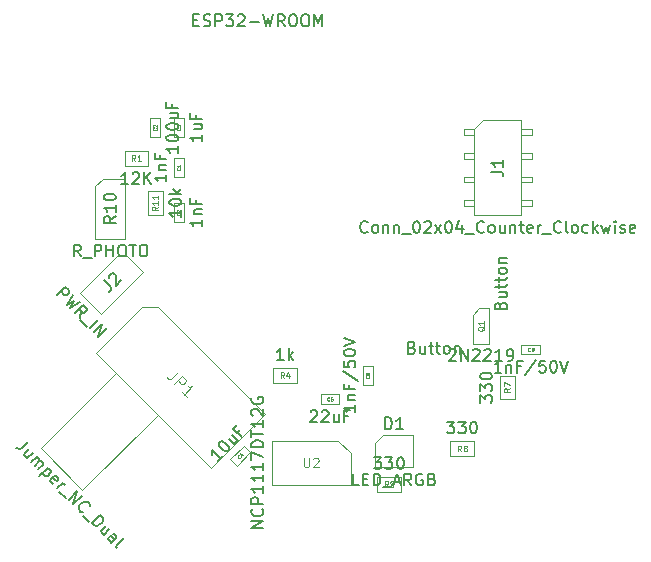
<source format=gbr>
G04 #@! TF.GenerationSoftware,KiCad,Pcbnew,no-vcs-found-33e0758~58~ubuntu16.04.1*
G04 #@! TF.CreationDate,2018-05-09T13:31:26+02:00*
G04 #@! TF.ProjectId,dropbuzzer,64726F7062757A7A65722E6B69636164,rev?*
G04 #@! TF.FileFunction,Other,Fab,Top*
%FSLAX46Y46*%
G04 Gerber Fmt 4.6, Leading zero omitted, Abs format (unit mm)*
G04 Created by KiCad (PCBNEW no-vcs-found-33e0758~58~ubuntu16.04.1) date Wed May  9 13:31:26 2018*
%MOMM*%
%LPD*%
G01*
G04 APERTURE LIST*
%ADD10C,0.100000*%
%ADD11C,0.150000*%
%ADD12C,0.075000*%
%ADD13C,0.120000*%
G04 APERTURE END LIST*
D10*
X99730000Y-75365000D02*
X100365000Y-74730000D01*
X99730000Y-79810000D02*
X99730000Y-75365000D01*
X102270000Y-79810000D02*
X99730000Y-79810000D01*
X102270000Y-74730000D02*
X102270000Y-79810000D01*
X100365000Y-74730000D02*
X102270000Y-74730000D01*
X136675000Y-77050000D02*
X135800000Y-77050000D01*
X136675000Y-76550000D02*
X136675000Y-77050000D01*
X135800000Y-76550000D02*
X136675000Y-76550000D01*
X130925000Y-77050000D02*
X131800000Y-77050000D01*
X130925000Y-76550000D02*
X130925000Y-77050000D01*
X131800000Y-76550000D02*
X130925000Y-76550000D01*
X136675000Y-75050000D02*
X135800000Y-75050000D01*
X136675000Y-74550000D02*
X136675000Y-75050000D01*
X135800000Y-74550000D02*
X136675000Y-74550000D01*
X130925000Y-75050000D02*
X131800000Y-75050000D01*
X130925000Y-74550000D02*
X130925000Y-75050000D01*
X131800000Y-74550000D02*
X130925000Y-74550000D01*
X136675000Y-73050000D02*
X135800000Y-73050000D01*
X136675000Y-72550000D02*
X136675000Y-73050000D01*
X135800000Y-72550000D02*
X136675000Y-72550000D01*
X130925000Y-73050000D02*
X131800000Y-73050000D01*
X130925000Y-72550000D02*
X130925000Y-73050000D01*
X131800000Y-72550000D02*
X130925000Y-72550000D01*
X136675000Y-71050000D02*
X135800000Y-71050000D01*
X136675000Y-70550000D02*
X136675000Y-71050000D01*
X135800000Y-70550000D02*
X136675000Y-70550000D01*
X130925000Y-71050000D02*
X131800000Y-71050000D01*
X130925000Y-70550000D02*
X130925000Y-71050000D01*
X131800000Y-70550000D02*
X130925000Y-70550000D01*
X135800000Y-69800000D02*
X135800000Y-77800000D01*
X131800000Y-70550000D02*
X132550000Y-69800000D01*
X131800000Y-77800000D02*
X131800000Y-70550000D01*
X132550000Y-69800000D02*
X135800000Y-69800000D01*
X135800000Y-77800000D02*
X131800000Y-77800000D01*
X106400000Y-73000000D02*
X107200000Y-73000000D01*
X106400000Y-74600000D02*
X106400000Y-73000000D01*
X107200000Y-74600000D02*
X106400000Y-74600000D01*
X107200000Y-73000000D02*
X107200000Y-74600000D01*
X104400000Y-71200000D02*
X104400000Y-69600000D01*
X104400000Y-69600000D02*
X105200000Y-69600000D01*
X105200000Y-69600000D02*
X105200000Y-71200000D01*
X105200000Y-71200000D02*
X104400000Y-71200000D01*
X107200000Y-71200000D02*
X106400000Y-71200000D01*
X107200000Y-69600000D02*
X107200000Y-71200000D01*
X106400000Y-69600000D02*
X107200000Y-69600000D01*
X106400000Y-71200000D02*
X106400000Y-69600000D01*
X112848528Y-97917157D02*
X111717157Y-99048528D01*
X111717157Y-99048528D02*
X111151472Y-98482843D01*
X111151472Y-98482843D02*
X112282843Y-97351472D01*
X112282843Y-97351472D02*
X112848528Y-97917157D01*
X118800000Y-93800000D02*
X118800000Y-93000000D01*
X120400000Y-93800000D02*
X118800000Y-93800000D01*
X120400000Y-93000000D02*
X120400000Y-93800000D01*
X118800000Y-93000000D02*
X120400000Y-93000000D01*
X106400000Y-78400000D02*
X106400000Y-76800000D01*
X106400000Y-76800000D02*
X107200000Y-76800000D01*
X107200000Y-76800000D02*
X107200000Y-78400000D01*
X107200000Y-78400000D02*
X106400000Y-78400000D01*
X122400000Y-90600000D02*
X123200000Y-90600000D01*
X122400000Y-92200000D02*
X122400000Y-90600000D01*
X123200000Y-92200000D02*
X122400000Y-92200000D01*
X123200000Y-90600000D02*
X123200000Y-92200000D01*
X135800000Y-89600000D02*
X135800000Y-88800000D01*
X137400000Y-89600000D02*
X135800000Y-89600000D01*
X137400000Y-88800000D02*
X137400000Y-89600000D01*
X135800000Y-88800000D02*
X137400000Y-88800000D01*
X123400000Y-97125000D02*
X124075000Y-96450000D01*
X123400000Y-99150000D02*
X123400000Y-97125000D01*
X126600000Y-99150000D02*
X123400000Y-99150000D01*
X126600000Y-96450000D02*
X126600000Y-99150000D01*
X124075000Y-96450000D02*
X126600000Y-96450000D01*
X101550987Y-81252962D02*
X102449013Y-81252962D01*
X98407898Y-84396051D02*
X101550987Y-81252962D01*
X100203949Y-86192102D02*
X98407898Y-84396051D01*
X103796051Y-82600000D02*
X100203949Y-86192102D01*
X102449013Y-81252962D02*
X103796051Y-82600000D01*
X105070711Y-85613857D02*
X114121677Y-94664823D01*
X114121677Y-94664823D02*
X109525483Y-99261017D01*
X109525483Y-99261017D02*
X99767410Y-89502944D01*
X99767410Y-89502944D02*
X103656497Y-85613857D01*
X105000000Y-94735534D02*
X98636039Y-101099495D01*
X98636039Y-101099495D02*
X95100505Y-97563961D01*
X95100505Y-97563961D02*
X101464466Y-91200000D01*
X105070711Y-85613857D02*
X103656497Y-85613857D01*
X131700000Y-88720000D02*
X133100000Y-88720000D01*
X133100000Y-85680000D02*
X133100000Y-88720000D01*
X131700000Y-86250000D02*
X132250000Y-85680000D01*
X132250000Y-85680000D02*
X133100000Y-85680000D01*
X131700000Y-86250000D02*
X131700000Y-88700000D01*
X102200000Y-72380000D02*
X104200000Y-72380000D01*
X104200000Y-72380000D02*
X104200000Y-73620000D01*
X104200000Y-73620000D02*
X102200000Y-73620000D01*
X102200000Y-73620000D02*
X102200000Y-72380000D01*
X116800000Y-90780000D02*
X116800000Y-92020000D01*
X114800000Y-90780000D02*
X116800000Y-90780000D01*
X114800000Y-92020000D02*
X114800000Y-90780000D01*
X116800000Y-92020000D02*
X114800000Y-92020000D01*
X135220000Y-91400000D02*
X135220000Y-93400000D01*
X135220000Y-93400000D02*
X133980000Y-93400000D01*
X133980000Y-93400000D02*
X133980000Y-91400000D01*
X133980000Y-91400000D02*
X135220000Y-91400000D01*
X131800000Y-96980000D02*
X131800000Y-98220000D01*
X129800000Y-96980000D02*
X131800000Y-96980000D01*
X129800000Y-98220000D02*
X129800000Y-96980000D01*
X131800000Y-98220000D02*
X129800000Y-98220000D01*
X125600000Y-101220000D02*
X123600000Y-101220000D01*
X123600000Y-101220000D02*
X123600000Y-99980000D01*
X123600000Y-99980000D02*
X125600000Y-99980000D01*
X125600000Y-99980000D02*
X125600000Y-101220000D01*
X105420000Y-77800000D02*
X104180000Y-77800000D01*
X105420000Y-75800000D02*
X105420000Y-77800000D01*
X104180000Y-75800000D02*
X105420000Y-75800000D01*
X104180000Y-77800000D02*
X104180000Y-75800000D01*
X121350000Y-100650000D02*
X114650000Y-100650000D01*
X114650000Y-96950000D02*
X114650000Y-100650000D01*
X121350000Y-98000000D02*
X121350000Y-100650000D01*
X120300000Y-96950000D02*
X114650000Y-96950000D01*
X120300000Y-96950000D02*
X121350000Y-98000000D01*
D11*
X98476190Y-81322380D02*
X98142857Y-80846190D01*
X97904761Y-81322380D02*
X97904761Y-80322380D01*
X98285714Y-80322380D01*
X98380952Y-80370000D01*
X98428571Y-80417619D01*
X98476190Y-80512857D01*
X98476190Y-80655714D01*
X98428571Y-80750952D01*
X98380952Y-80798571D01*
X98285714Y-80846190D01*
X97904761Y-80846190D01*
X98666666Y-81417619D02*
X99428571Y-81417619D01*
X99666666Y-81322380D02*
X99666666Y-80322380D01*
X100047619Y-80322380D01*
X100142857Y-80370000D01*
X100190476Y-80417619D01*
X100238095Y-80512857D01*
X100238095Y-80655714D01*
X100190476Y-80750952D01*
X100142857Y-80798571D01*
X100047619Y-80846190D01*
X99666666Y-80846190D01*
X100666666Y-81322380D02*
X100666666Y-80322380D01*
X100666666Y-80798571D02*
X101238095Y-80798571D01*
X101238095Y-81322380D02*
X101238095Y-80322380D01*
X101904761Y-80322380D02*
X102095238Y-80322380D01*
X102190476Y-80370000D01*
X102285714Y-80465238D01*
X102333333Y-80655714D01*
X102333333Y-80989047D01*
X102285714Y-81179523D01*
X102190476Y-81274761D01*
X102095238Y-81322380D01*
X101904761Y-81322380D01*
X101809523Y-81274761D01*
X101714285Y-81179523D01*
X101666666Y-80989047D01*
X101666666Y-80655714D01*
X101714285Y-80465238D01*
X101809523Y-80370000D01*
X101904761Y-80322380D01*
X102619047Y-80322380D02*
X103190476Y-80322380D01*
X102904761Y-81322380D02*
X102904761Y-80322380D01*
X103714285Y-80322380D02*
X103904761Y-80322380D01*
X104000000Y-80370000D01*
X104095238Y-80465238D01*
X104142857Y-80655714D01*
X104142857Y-80989047D01*
X104095238Y-81179523D01*
X104000000Y-81274761D01*
X103904761Y-81322380D01*
X103714285Y-81322380D01*
X103619047Y-81274761D01*
X103523809Y-81179523D01*
X103476190Y-80989047D01*
X103476190Y-80655714D01*
X103523809Y-80465238D01*
X103619047Y-80370000D01*
X103714285Y-80322380D01*
X101452380Y-77912857D02*
X100976190Y-78246190D01*
X101452380Y-78484285D02*
X100452380Y-78484285D01*
X100452380Y-78103333D01*
X100500000Y-78008095D01*
X100547619Y-77960476D01*
X100642857Y-77912857D01*
X100785714Y-77912857D01*
X100880952Y-77960476D01*
X100928571Y-78008095D01*
X100976190Y-78103333D01*
X100976190Y-78484285D01*
X101452380Y-76960476D02*
X101452380Y-77531904D01*
X101452380Y-77246190D02*
X100452380Y-77246190D01*
X100595238Y-77341428D01*
X100690476Y-77436666D01*
X100738095Y-77531904D01*
X100452380Y-76341428D02*
X100452380Y-76246190D01*
X100500000Y-76150952D01*
X100547619Y-76103333D01*
X100642857Y-76055714D01*
X100833333Y-76008095D01*
X101071428Y-76008095D01*
X101261904Y-76055714D01*
X101357142Y-76103333D01*
X101404761Y-76150952D01*
X101452380Y-76246190D01*
X101452380Y-76341428D01*
X101404761Y-76436666D01*
X101357142Y-76484285D01*
X101261904Y-76531904D01*
X101071428Y-76579523D01*
X100833333Y-76579523D01*
X100642857Y-76531904D01*
X100547619Y-76484285D01*
X100500000Y-76436666D01*
X100452380Y-76341428D01*
X108032619Y-61304571D02*
X108365952Y-61304571D01*
X108508809Y-61828380D02*
X108032619Y-61828380D01*
X108032619Y-60828380D01*
X108508809Y-60828380D01*
X108889761Y-61780761D02*
X109032619Y-61828380D01*
X109270714Y-61828380D01*
X109365952Y-61780761D01*
X109413571Y-61733142D01*
X109461190Y-61637904D01*
X109461190Y-61542666D01*
X109413571Y-61447428D01*
X109365952Y-61399809D01*
X109270714Y-61352190D01*
X109080238Y-61304571D01*
X108985000Y-61256952D01*
X108937380Y-61209333D01*
X108889761Y-61114095D01*
X108889761Y-61018857D01*
X108937380Y-60923619D01*
X108985000Y-60876000D01*
X109080238Y-60828380D01*
X109318333Y-60828380D01*
X109461190Y-60876000D01*
X109889761Y-61828380D02*
X109889761Y-60828380D01*
X110270714Y-60828380D01*
X110365952Y-60876000D01*
X110413571Y-60923619D01*
X110461190Y-61018857D01*
X110461190Y-61161714D01*
X110413571Y-61256952D01*
X110365952Y-61304571D01*
X110270714Y-61352190D01*
X109889761Y-61352190D01*
X110794523Y-60828380D02*
X111413571Y-60828380D01*
X111080238Y-61209333D01*
X111223095Y-61209333D01*
X111318333Y-61256952D01*
X111365952Y-61304571D01*
X111413571Y-61399809D01*
X111413571Y-61637904D01*
X111365952Y-61733142D01*
X111318333Y-61780761D01*
X111223095Y-61828380D01*
X110937380Y-61828380D01*
X110842142Y-61780761D01*
X110794523Y-61733142D01*
X111794523Y-60923619D02*
X111842142Y-60876000D01*
X111937380Y-60828380D01*
X112175476Y-60828380D01*
X112270714Y-60876000D01*
X112318333Y-60923619D01*
X112365952Y-61018857D01*
X112365952Y-61114095D01*
X112318333Y-61256952D01*
X111746904Y-61828380D01*
X112365952Y-61828380D01*
X112794523Y-61447428D02*
X113556428Y-61447428D01*
X113937380Y-60828380D02*
X114175476Y-61828380D01*
X114365952Y-61114095D01*
X114556428Y-61828380D01*
X114794523Y-60828380D01*
X115746904Y-61828380D02*
X115413571Y-61352190D01*
X115175476Y-61828380D02*
X115175476Y-60828380D01*
X115556428Y-60828380D01*
X115651666Y-60876000D01*
X115699285Y-60923619D01*
X115746904Y-61018857D01*
X115746904Y-61161714D01*
X115699285Y-61256952D01*
X115651666Y-61304571D01*
X115556428Y-61352190D01*
X115175476Y-61352190D01*
X116365952Y-60828380D02*
X116556428Y-60828380D01*
X116651666Y-60876000D01*
X116746904Y-60971238D01*
X116794523Y-61161714D01*
X116794523Y-61495047D01*
X116746904Y-61685523D01*
X116651666Y-61780761D01*
X116556428Y-61828380D01*
X116365952Y-61828380D01*
X116270714Y-61780761D01*
X116175476Y-61685523D01*
X116127857Y-61495047D01*
X116127857Y-61161714D01*
X116175476Y-60971238D01*
X116270714Y-60876000D01*
X116365952Y-60828380D01*
X117413571Y-60828380D02*
X117604047Y-60828380D01*
X117699285Y-60876000D01*
X117794523Y-60971238D01*
X117842142Y-61161714D01*
X117842142Y-61495047D01*
X117794523Y-61685523D01*
X117699285Y-61780761D01*
X117604047Y-61828380D01*
X117413571Y-61828380D01*
X117318333Y-61780761D01*
X117223095Y-61685523D01*
X117175476Y-61495047D01*
X117175476Y-61161714D01*
X117223095Y-60971238D01*
X117318333Y-60876000D01*
X117413571Y-60828380D01*
X118270714Y-61828380D02*
X118270714Y-60828380D01*
X118604047Y-61542666D01*
X118937380Y-60828380D01*
X118937380Y-61828380D01*
X122776190Y-79217142D02*
X122728571Y-79264761D01*
X122585714Y-79312380D01*
X122490476Y-79312380D01*
X122347619Y-79264761D01*
X122252380Y-79169523D01*
X122204761Y-79074285D01*
X122157142Y-78883809D01*
X122157142Y-78740952D01*
X122204761Y-78550476D01*
X122252380Y-78455238D01*
X122347619Y-78360000D01*
X122490476Y-78312380D01*
X122585714Y-78312380D01*
X122728571Y-78360000D01*
X122776190Y-78407619D01*
X123347619Y-79312380D02*
X123252380Y-79264761D01*
X123204761Y-79217142D01*
X123157142Y-79121904D01*
X123157142Y-78836190D01*
X123204761Y-78740952D01*
X123252380Y-78693333D01*
X123347619Y-78645714D01*
X123490476Y-78645714D01*
X123585714Y-78693333D01*
X123633333Y-78740952D01*
X123680952Y-78836190D01*
X123680952Y-79121904D01*
X123633333Y-79217142D01*
X123585714Y-79264761D01*
X123490476Y-79312380D01*
X123347619Y-79312380D01*
X124109523Y-78645714D02*
X124109523Y-79312380D01*
X124109523Y-78740952D02*
X124157142Y-78693333D01*
X124252380Y-78645714D01*
X124395238Y-78645714D01*
X124490476Y-78693333D01*
X124538095Y-78788571D01*
X124538095Y-79312380D01*
X125014285Y-78645714D02*
X125014285Y-79312380D01*
X125014285Y-78740952D02*
X125061904Y-78693333D01*
X125157142Y-78645714D01*
X125300000Y-78645714D01*
X125395238Y-78693333D01*
X125442857Y-78788571D01*
X125442857Y-79312380D01*
X125680952Y-79407619D02*
X126442857Y-79407619D01*
X126871428Y-78312380D02*
X126966666Y-78312380D01*
X127061904Y-78360000D01*
X127109523Y-78407619D01*
X127157142Y-78502857D01*
X127204761Y-78693333D01*
X127204761Y-78931428D01*
X127157142Y-79121904D01*
X127109523Y-79217142D01*
X127061904Y-79264761D01*
X126966666Y-79312380D01*
X126871428Y-79312380D01*
X126776190Y-79264761D01*
X126728571Y-79217142D01*
X126680952Y-79121904D01*
X126633333Y-78931428D01*
X126633333Y-78693333D01*
X126680952Y-78502857D01*
X126728571Y-78407619D01*
X126776190Y-78360000D01*
X126871428Y-78312380D01*
X127585714Y-78407619D02*
X127633333Y-78360000D01*
X127728571Y-78312380D01*
X127966666Y-78312380D01*
X128061904Y-78360000D01*
X128109523Y-78407619D01*
X128157142Y-78502857D01*
X128157142Y-78598095D01*
X128109523Y-78740952D01*
X127538095Y-79312380D01*
X128157142Y-79312380D01*
X128490476Y-79312380D02*
X129014285Y-78645714D01*
X128490476Y-78645714D02*
X129014285Y-79312380D01*
X129585714Y-78312380D02*
X129680952Y-78312380D01*
X129776190Y-78360000D01*
X129823809Y-78407619D01*
X129871428Y-78502857D01*
X129919047Y-78693333D01*
X129919047Y-78931428D01*
X129871428Y-79121904D01*
X129823809Y-79217142D01*
X129776190Y-79264761D01*
X129680952Y-79312380D01*
X129585714Y-79312380D01*
X129490476Y-79264761D01*
X129442857Y-79217142D01*
X129395238Y-79121904D01*
X129347619Y-78931428D01*
X129347619Y-78693333D01*
X129395238Y-78502857D01*
X129442857Y-78407619D01*
X129490476Y-78360000D01*
X129585714Y-78312380D01*
X130776190Y-78645714D02*
X130776190Y-79312380D01*
X130538095Y-78264761D02*
X130300000Y-78979047D01*
X130919047Y-78979047D01*
X131061904Y-79407619D02*
X131823809Y-79407619D01*
X132633333Y-79217142D02*
X132585714Y-79264761D01*
X132442857Y-79312380D01*
X132347619Y-79312380D01*
X132204761Y-79264761D01*
X132109523Y-79169523D01*
X132061904Y-79074285D01*
X132014285Y-78883809D01*
X132014285Y-78740952D01*
X132061904Y-78550476D01*
X132109523Y-78455238D01*
X132204761Y-78360000D01*
X132347619Y-78312380D01*
X132442857Y-78312380D01*
X132585714Y-78360000D01*
X132633333Y-78407619D01*
X133204761Y-79312380D02*
X133109523Y-79264761D01*
X133061904Y-79217142D01*
X133014285Y-79121904D01*
X133014285Y-78836190D01*
X133061904Y-78740952D01*
X133109523Y-78693333D01*
X133204761Y-78645714D01*
X133347619Y-78645714D01*
X133442857Y-78693333D01*
X133490476Y-78740952D01*
X133538095Y-78836190D01*
X133538095Y-79121904D01*
X133490476Y-79217142D01*
X133442857Y-79264761D01*
X133347619Y-79312380D01*
X133204761Y-79312380D01*
X134395238Y-78645714D02*
X134395238Y-79312380D01*
X133966666Y-78645714D02*
X133966666Y-79169523D01*
X134014285Y-79264761D01*
X134109523Y-79312380D01*
X134252380Y-79312380D01*
X134347619Y-79264761D01*
X134395238Y-79217142D01*
X134871428Y-78645714D02*
X134871428Y-79312380D01*
X134871428Y-78740952D02*
X134919047Y-78693333D01*
X135014285Y-78645714D01*
X135157142Y-78645714D01*
X135252380Y-78693333D01*
X135300000Y-78788571D01*
X135300000Y-79312380D01*
X135633333Y-78645714D02*
X136014285Y-78645714D01*
X135776190Y-78312380D02*
X135776190Y-79169523D01*
X135823809Y-79264761D01*
X135919047Y-79312380D01*
X136014285Y-79312380D01*
X136728571Y-79264761D02*
X136633333Y-79312380D01*
X136442857Y-79312380D01*
X136347619Y-79264761D01*
X136300000Y-79169523D01*
X136300000Y-78788571D01*
X136347619Y-78693333D01*
X136442857Y-78645714D01*
X136633333Y-78645714D01*
X136728571Y-78693333D01*
X136776190Y-78788571D01*
X136776190Y-78883809D01*
X136300000Y-78979047D01*
X137204761Y-79312380D02*
X137204761Y-78645714D01*
X137204761Y-78836190D02*
X137252380Y-78740952D01*
X137300000Y-78693333D01*
X137395238Y-78645714D01*
X137490476Y-78645714D01*
X137585714Y-79407619D02*
X138347619Y-79407619D01*
X139157142Y-79217142D02*
X139109523Y-79264761D01*
X138966666Y-79312380D01*
X138871428Y-79312380D01*
X138728571Y-79264761D01*
X138633333Y-79169523D01*
X138585714Y-79074285D01*
X138538095Y-78883809D01*
X138538095Y-78740952D01*
X138585714Y-78550476D01*
X138633333Y-78455238D01*
X138728571Y-78360000D01*
X138871428Y-78312380D01*
X138966666Y-78312380D01*
X139109523Y-78360000D01*
X139157142Y-78407619D01*
X139728571Y-79312380D02*
X139633333Y-79264761D01*
X139585714Y-79169523D01*
X139585714Y-78312380D01*
X140252380Y-79312380D02*
X140157142Y-79264761D01*
X140109523Y-79217142D01*
X140061904Y-79121904D01*
X140061904Y-78836190D01*
X140109523Y-78740952D01*
X140157142Y-78693333D01*
X140252380Y-78645714D01*
X140395238Y-78645714D01*
X140490476Y-78693333D01*
X140538095Y-78740952D01*
X140585714Y-78836190D01*
X140585714Y-79121904D01*
X140538095Y-79217142D01*
X140490476Y-79264761D01*
X140395238Y-79312380D01*
X140252380Y-79312380D01*
X141442857Y-79264761D02*
X141347619Y-79312380D01*
X141157142Y-79312380D01*
X141061904Y-79264761D01*
X141014285Y-79217142D01*
X140966666Y-79121904D01*
X140966666Y-78836190D01*
X141014285Y-78740952D01*
X141061904Y-78693333D01*
X141157142Y-78645714D01*
X141347619Y-78645714D01*
X141442857Y-78693333D01*
X141871428Y-79312380D02*
X141871428Y-78312380D01*
X141966666Y-78931428D02*
X142252380Y-79312380D01*
X142252380Y-78645714D02*
X141871428Y-79026666D01*
X142585714Y-78645714D02*
X142776190Y-79312380D01*
X142966666Y-78836190D01*
X143157142Y-79312380D01*
X143347619Y-78645714D01*
X143728571Y-79312380D02*
X143728571Y-78645714D01*
X143728571Y-78312380D02*
X143680952Y-78360000D01*
X143728571Y-78407619D01*
X143776190Y-78360000D01*
X143728571Y-78312380D01*
X143728571Y-78407619D01*
X144157142Y-79264761D02*
X144252380Y-79312380D01*
X144442857Y-79312380D01*
X144538095Y-79264761D01*
X144585714Y-79169523D01*
X144585714Y-79121904D01*
X144538095Y-79026666D01*
X144442857Y-78979047D01*
X144300000Y-78979047D01*
X144204761Y-78931428D01*
X144157142Y-78836190D01*
X144157142Y-78788571D01*
X144204761Y-78693333D01*
X144300000Y-78645714D01*
X144442857Y-78645714D01*
X144538095Y-78693333D01*
X145395238Y-79264761D02*
X145300000Y-79312380D01*
X145109523Y-79312380D01*
X145014285Y-79264761D01*
X144966666Y-79169523D01*
X144966666Y-78788571D01*
X145014285Y-78693333D01*
X145109523Y-78645714D01*
X145300000Y-78645714D01*
X145395238Y-78693333D01*
X145442857Y-78788571D01*
X145442857Y-78883809D01*
X144966666Y-78979047D01*
X133252380Y-74133333D02*
X133966666Y-74133333D01*
X134109523Y-74180952D01*
X134204761Y-74276190D01*
X134252380Y-74419047D01*
X134252380Y-74514285D01*
X134252380Y-73133333D02*
X134252380Y-73704761D01*
X134252380Y-73419047D02*
X133252380Y-73419047D01*
X133395238Y-73514285D01*
X133490476Y-73609523D01*
X133538095Y-73704761D01*
X105752380Y-74395238D02*
X105752380Y-74966666D01*
X105752380Y-74680952D02*
X104752380Y-74680952D01*
X104895238Y-74776190D01*
X104990476Y-74871428D01*
X105038095Y-74966666D01*
X105085714Y-73966666D02*
X105752380Y-73966666D01*
X105180952Y-73966666D02*
X105133333Y-73919047D01*
X105085714Y-73823809D01*
X105085714Y-73680952D01*
X105133333Y-73585714D01*
X105228571Y-73538095D01*
X105752380Y-73538095D01*
X105228571Y-72728571D02*
X105228571Y-73061904D01*
X105752380Y-73061904D02*
X104752380Y-73061904D01*
X104752380Y-72585714D01*
D12*
X106907142Y-73850000D02*
X106921428Y-73864285D01*
X106935714Y-73907142D01*
X106935714Y-73935714D01*
X106921428Y-73978571D01*
X106892857Y-74007142D01*
X106864285Y-74021428D01*
X106807142Y-74035714D01*
X106764285Y-74035714D01*
X106707142Y-74021428D01*
X106678571Y-74007142D01*
X106650000Y-73978571D01*
X106635714Y-73935714D01*
X106635714Y-73907142D01*
X106650000Y-73864285D01*
X106664285Y-73850000D01*
X106935714Y-73564285D02*
X106935714Y-73735714D01*
X106935714Y-73650000D02*
X106635714Y-73650000D01*
X106678571Y-73678571D01*
X106707142Y-73707142D01*
X106721428Y-73735714D01*
D11*
X106752380Y-71947619D02*
X106752380Y-72519047D01*
X106752380Y-72233333D02*
X105752380Y-72233333D01*
X105895238Y-72328571D01*
X105990476Y-72423809D01*
X106038095Y-72519047D01*
X105752380Y-71328571D02*
X105752380Y-71233333D01*
X105800000Y-71138095D01*
X105847619Y-71090476D01*
X105942857Y-71042857D01*
X106133333Y-70995238D01*
X106371428Y-70995238D01*
X106561904Y-71042857D01*
X106657142Y-71090476D01*
X106704761Y-71138095D01*
X106752380Y-71233333D01*
X106752380Y-71328571D01*
X106704761Y-71423809D01*
X106657142Y-71471428D01*
X106561904Y-71519047D01*
X106371428Y-71566666D01*
X106133333Y-71566666D01*
X105942857Y-71519047D01*
X105847619Y-71471428D01*
X105800000Y-71423809D01*
X105752380Y-71328571D01*
X105752380Y-70376190D02*
X105752380Y-70280952D01*
X105800000Y-70185714D01*
X105847619Y-70138095D01*
X105942857Y-70090476D01*
X106133333Y-70042857D01*
X106371428Y-70042857D01*
X106561904Y-70090476D01*
X106657142Y-70138095D01*
X106704761Y-70185714D01*
X106752380Y-70280952D01*
X106752380Y-70376190D01*
X106704761Y-70471428D01*
X106657142Y-70519047D01*
X106561904Y-70566666D01*
X106371428Y-70614285D01*
X106133333Y-70614285D01*
X105942857Y-70566666D01*
X105847619Y-70519047D01*
X105800000Y-70471428D01*
X105752380Y-70376190D01*
X106085714Y-69185714D02*
X106752380Y-69185714D01*
X106085714Y-69614285D02*
X106609523Y-69614285D01*
X106704761Y-69566666D01*
X106752380Y-69471428D01*
X106752380Y-69328571D01*
X106704761Y-69233333D01*
X106657142Y-69185714D01*
X106228571Y-68376190D02*
X106228571Y-68709523D01*
X106752380Y-68709523D02*
X105752380Y-68709523D01*
X105752380Y-68233333D01*
D12*
X104907142Y-70450000D02*
X104921428Y-70464285D01*
X104935714Y-70507142D01*
X104935714Y-70535714D01*
X104921428Y-70578571D01*
X104892857Y-70607142D01*
X104864285Y-70621428D01*
X104807142Y-70635714D01*
X104764285Y-70635714D01*
X104707142Y-70621428D01*
X104678571Y-70607142D01*
X104650000Y-70578571D01*
X104635714Y-70535714D01*
X104635714Y-70507142D01*
X104650000Y-70464285D01*
X104664285Y-70450000D01*
X104664285Y-70335714D02*
X104650000Y-70321428D01*
X104635714Y-70292857D01*
X104635714Y-70221428D01*
X104650000Y-70192857D01*
X104664285Y-70178571D01*
X104692857Y-70164285D01*
X104721428Y-70164285D01*
X104764285Y-70178571D01*
X104935714Y-70350000D01*
X104935714Y-70164285D01*
D11*
X108752380Y-70995238D02*
X108752380Y-71566666D01*
X108752380Y-71280952D02*
X107752380Y-71280952D01*
X107895238Y-71376190D01*
X107990476Y-71471428D01*
X108038095Y-71566666D01*
X108085714Y-70138095D02*
X108752380Y-70138095D01*
X108085714Y-70566666D02*
X108609523Y-70566666D01*
X108704761Y-70519047D01*
X108752380Y-70423809D01*
X108752380Y-70280952D01*
X108704761Y-70185714D01*
X108657142Y-70138095D01*
X108228571Y-69328571D02*
X108228571Y-69661904D01*
X108752380Y-69661904D02*
X107752380Y-69661904D01*
X107752380Y-69185714D01*
D12*
X106907142Y-70450000D02*
X106921428Y-70464285D01*
X106935714Y-70507142D01*
X106935714Y-70535714D01*
X106921428Y-70578571D01*
X106892857Y-70607142D01*
X106864285Y-70621428D01*
X106807142Y-70635714D01*
X106764285Y-70635714D01*
X106707142Y-70621428D01*
X106678571Y-70607142D01*
X106650000Y-70578571D01*
X106635714Y-70535714D01*
X106635714Y-70507142D01*
X106650000Y-70464285D01*
X106664285Y-70450000D01*
X106635714Y-70350000D02*
X106635714Y-70164285D01*
X106750000Y-70264285D01*
X106750000Y-70221428D01*
X106764285Y-70192857D01*
X106778571Y-70178571D01*
X106807142Y-70164285D01*
X106878571Y-70164285D01*
X106907142Y-70178571D01*
X106921428Y-70192857D01*
X106935714Y-70221428D01*
X106935714Y-70307142D01*
X106921428Y-70335714D01*
X106907142Y-70350000D01*
D11*
X110501607Y-98216836D02*
X110097546Y-98620897D01*
X110299576Y-98418866D02*
X109592469Y-97711759D01*
X109626141Y-97880118D01*
X109626141Y-98014805D01*
X109592469Y-98115820D01*
X110232233Y-97071996D02*
X110299576Y-97004652D01*
X110400591Y-96970981D01*
X110467935Y-96970981D01*
X110568950Y-97004652D01*
X110737309Y-97105668D01*
X110905668Y-97274027D01*
X111006683Y-97442385D01*
X111040355Y-97543401D01*
X111040355Y-97610744D01*
X111006683Y-97711759D01*
X110939340Y-97779103D01*
X110838324Y-97812775D01*
X110770981Y-97812775D01*
X110669965Y-97779103D01*
X110501607Y-97678088D01*
X110333248Y-97509729D01*
X110232233Y-97341370D01*
X110198561Y-97240355D01*
X110198561Y-97173011D01*
X110232233Y-97071996D01*
X111309729Y-96465904D02*
X111781133Y-96937309D01*
X111006683Y-96768950D02*
X111377072Y-97139339D01*
X111478088Y-97173011D01*
X111579103Y-97139340D01*
X111680118Y-97038324D01*
X111713790Y-96937309D01*
X111713790Y-96869965D01*
X111983164Y-95994500D02*
X111747462Y-96230202D01*
X112117851Y-96600591D02*
X111410744Y-95893485D01*
X111747462Y-95556767D01*
D12*
X112040406Y-98311116D02*
X112040406Y-98331319D01*
X112020203Y-98371725D01*
X111999999Y-98391928D01*
X111959593Y-98412132D01*
X111919187Y-98412132D01*
X111888883Y-98402030D01*
X111838375Y-98371725D01*
X111808071Y-98341421D01*
X111777766Y-98290913D01*
X111767664Y-98260609D01*
X111767664Y-98220203D01*
X111787867Y-98179796D01*
X111808071Y-98159593D01*
X111848477Y-98139390D01*
X111868680Y-98139390D01*
X112101015Y-98008071D02*
X112242436Y-98149492D01*
X111969695Y-97977766D02*
X112070710Y-98179796D01*
X112202030Y-98048477D01*
D11*
X117957142Y-94447619D02*
X118004761Y-94400000D01*
X118100000Y-94352380D01*
X118338095Y-94352380D01*
X118433333Y-94400000D01*
X118480952Y-94447619D01*
X118528571Y-94542857D01*
X118528571Y-94638095D01*
X118480952Y-94780952D01*
X117909523Y-95352380D01*
X118528571Y-95352380D01*
X118909523Y-94447619D02*
X118957142Y-94400000D01*
X119052380Y-94352380D01*
X119290476Y-94352380D01*
X119385714Y-94400000D01*
X119433333Y-94447619D01*
X119480952Y-94542857D01*
X119480952Y-94638095D01*
X119433333Y-94780952D01*
X118861904Y-95352380D01*
X119480952Y-95352380D01*
X120338095Y-94685714D02*
X120338095Y-95352380D01*
X119909523Y-94685714D02*
X119909523Y-95209523D01*
X119957142Y-95304761D01*
X120052380Y-95352380D01*
X120195238Y-95352380D01*
X120290476Y-95304761D01*
X120338095Y-95257142D01*
X121147619Y-94828571D02*
X120814285Y-94828571D01*
X120814285Y-95352380D02*
X120814285Y-94352380D01*
X121290476Y-94352380D01*
D12*
X119550000Y-93507142D02*
X119535714Y-93521428D01*
X119492857Y-93535714D01*
X119464285Y-93535714D01*
X119421428Y-93521428D01*
X119392857Y-93492857D01*
X119378571Y-93464285D01*
X119364285Y-93407142D01*
X119364285Y-93364285D01*
X119378571Y-93307142D01*
X119392857Y-93278571D01*
X119421428Y-93250000D01*
X119464285Y-93235714D01*
X119492857Y-93235714D01*
X119535714Y-93250000D01*
X119550000Y-93264285D01*
X119807142Y-93235714D02*
X119750000Y-93235714D01*
X119721428Y-93250000D01*
X119707142Y-93264285D01*
X119678571Y-93307142D01*
X119664285Y-93364285D01*
X119664285Y-93478571D01*
X119678571Y-93507142D01*
X119692857Y-93521428D01*
X119721428Y-93535714D01*
X119778571Y-93535714D01*
X119807142Y-93521428D01*
X119821428Y-93507142D01*
X119835714Y-93478571D01*
X119835714Y-93407142D01*
X119821428Y-93378571D01*
X119807142Y-93364285D01*
X119778571Y-93350000D01*
X119721428Y-93350000D01*
X119692857Y-93364285D01*
X119678571Y-93378571D01*
X119664285Y-93407142D01*
D11*
X108752380Y-78195238D02*
X108752380Y-78766666D01*
X108752380Y-78480952D02*
X107752380Y-78480952D01*
X107895238Y-78576190D01*
X107990476Y-78671428D01*
X108038095Y-78766666D01*
X108085714Y-77766666D02*
X108752380Y-77766666D01*
X108180952Y-77766666D02*
X108133333Y-77719047D01*
X108085714Y-77623809D01*
X108085714Y-77480952D01*
X108133333Y-77385714D01*
X108228571Y-77338095D01*
X108752380Y-77338095D01*
X108228571Y-76528571D02*
X108228571Y-76861904D01*
X108752380Y-76861904D02*
X107752380Y-76861904D01*
X107752380Y-76385714D01*
D12*
X106907142Y-77650000D02*
X106921428Y-77664285D01*
X106935714Y-77707142D01*
X106935714Y-77735714D01*
X106921428Y-77778571D01*
X106892857Y-77807142D01*
X106864285Y-77821428D01*
X106807142Y-77835714D01*
X106764285Y-77835714D01*
X106707142Y-77821428D01*
X106678571Y-77807142D01*
X106650000Y-77778571D01*
X106635714Y-77735714D01*
X106635714Y-77707142D01*
X106650000Y-77664285D01*
X106664285Y-77650000D01*
X106635714Y-77550000D02*
X106635714Y-77350000D01*
X106935714Y-77478571D01*
D11*
X121752380Y-93900000D02*
X121752380Y-94471428D01*
X121752380Y-94185714D02*
X120752380Y-94185714D01*
X120895238Y-94280952D01*
X120990476Y-94376190D01*
X121038095Y-94471428D01*
X121085714Y-93471428D02*
X121752380Y-93471428D01*
X121180952Y-93471428D02*
X121133333Y-93423809D01*
X121085714Y-93328571D01*
X121085714Y-93185714D01*
X121133333Y-93090476D01*
X121228571Y-93042857D01*
X121752380Y-93042857D01*
X121228571Y-92233333D02*
X121228571Y-92566666D01*
X121752380Y-92566666D02*
X120752380Y-92566666D01*
X120752380Y-92090476D01*
X120704761Y-90995238D02*
X121990476Y-91852380D01*
X120752380Y-90185714D02*
X120752380Y-90661904D01*
X121228571Y-90709523D01*
X121180952Y-90661904D01*
X121133333Y-90566666D01*
X121133333Y-90328571D01*
X121180952Y-90233333D01*
X121228571Y-90185714D01*
X121323809Y-90138095D01*
X121561904Y-90138095D01*
X121657142Y-90185714D01*
X121704761Y-90233333D01*
X121752380Y-90328571D01*
X121752380Y-90566666D01*
X121704761Y-90661904D01*
X121657142Y-90709523D01*
X120752380Y-89519047D02*
X120752380Y-89423809D01*
X120800000Y-89328571D01*
X120847619Y-89280952D01*
X120942857Y-89233333D01*
X121133333Y-89185714D01*
X121371428Y-89185714D01*
X121561904Y-89233333D01*
X121657142Y-89280952D01*
X121704761Y-89328571D01*
X121752380Y-89423809D01*
X121752380Y-89519047D01*
X121704761Y-89614285D01*
X121657142Y-89661904D01*
X121561904Y-89709523D01*
X121371428Y-89757142D01*
X121133333Y-89757142D01*
X120942857Y-89709523D01*
X120847619Y-89661904D01*
X120800000Y-89614285D01*
X120752380Y-89519047D01*
X120752380Y-88900000D02*
X121752380Y-88566666D01*
X120752380Y-88233333D01*
D12*
X122907142Y-91450000D02*
X122921428Y-91464285D01*
X122935714Y-91507142D01*
X122935714Y-91535714D01*
X122921428Y-91578571D01*
X122892857Y-91607142D01*
X122864285Y-91621428D01*
X122807142Y-91635714D01*
X122764285Y-91635714D01*
X122707142Y-91621428D01*
X122678571Y-91607142D01*
X122650000Y-91578571D01*
X122635714Y-91535714D01*
X122635714Y-91507142D01*
X122650000Y-91464285D01*
X122664285Y-91450000D01*
X122764285Y-91278571D02*
X122750000Y-91307142D01*
X122735714Y-91321428D01*
X122707142Y-91335714D01*
X122692857Y-91335714D01*
X122664285Y-91321428D01*
X122650000Y-91307142D01*
X122635714Y-91278571D01*
X122635714Y-91221428D01*
X122650000Y-91192857D01*
X122664285Y-91178571D01*
X122692857Y-91164285D01*
X122707142Y-91164285D01*
X122735714Y-91178571D01*
X122750000Y-91192857D01*
X122764285Y-91221428D01*
X122764285Y-91278571D01*
X122778571Y-91307142D01*
X122792857Y-91321428D01*
X122821428Y-91335714D01*
X122878571Y-91335714D01*
X122907142Y-91321428D01*
X122921428Y-91307142D01*
X122935714Y-91278571D01*
X122935714Y-91221428D01*
X122921428Y-91192857D01*
X122907142Y-91178571D01*
X122878571Y-91164285D01*
X122821428Y-91164285D01*
X122792857Y-91178571D01*
X122778571Y-91192857D01*
X122764285Y-91221428D01*
D11*
X134100000Y-91152380D02*
X133528571Y-91152380D01*
X133814285Y-91152380D02*
X133814285Y-90152380D01*
X133719047Y-90295238D01*
X133623809Y-90390476D01*
X133528571Y-90438095D01*
X134528571Y-90485714D02*
X134528571Y-91152380D01*
X134528571Y-90580952D02*
X134576190Y-90533333D01*
X134671428Y-90485714D01*
X134814285Y-90485714D01*
X134909523Y-90533333D01*
X134957142Y-90628571D01*
X134957142Y-91152380D01*
X135766666Y-90628571D02*
X135433333Y-90628571D01*
X135433333Y-91152380D02*
X135433333Y-90152380D01*
X135909523Y-90152380D01*
X137004761Y-90104761D02*
X136147619Y-91390476D01*
X137814285Y-90152380D02*
X137338095Y-90152380D01*
X137290476Y-90628571D01*
X137338095Y-90580952D01*
X137433333Y-90533333D01*
X137671428Y-90533333D01*
X137766666Y-90580952D01*
X137814285Y-90628571D01*
X137861904Y-90723809D01*
X137861904Y-90961904D01*
X137814285Y-91057142D01*
X137766666Y-91104761D01*
X137671428Y-91152380D01*
X137433333Y-91152380D01*
X137338095Y-91104761D01*
X137290476Y-91057142D01*
X138480952Y-90152380D02*
X138576190Y-90152380D01*
X138671428Y-90200000D01*
X138719047Y-90247619D01*
X138766666Y-90342857D01*
X138814285Y-90533333D01*
X138814285Y-90771428D01*
X138766666Y-90961904D01*
X138719047Y-91057142D01*
X138671428Y-91104761D01*
X138576190Y-91152380D01*
X138480952Y-91152380D01*
X138385714Y-91104761D01*
X138338095Y-91057142D01*
X138290476Y-90961904D01*
X138242857Y-90771428D01*
X138242857Y-90533333D01*
X138290476Y-90342857D01*
X138338095Y-90247619D01*
X138385714Y-90200000D01*
X138480952Y-90152380D01*
X139100000Y-90152380D02*
X139433333Y-91152380D01*
X139766666Y-90152380D01*
D12*
X136550000Y-89307142D02*
X136535714Y-89321428D01*
X136492857Y-89335714D01*
X136464285Y-89335714D01*
X136421428Y-89321428D01*
X136392857Y-89292857D01*
X136378571Y-89264285D01*
X136364285Y-89207142D01*
X136364285Y-89164285D01*
X136378571Y-89107142D01*
X136392857Y-89078571D01*
X136421428Y-89050000D01*
X136464285Y-89035714D01*
X136492857Y-89035714D01*
X136535714Y-89050000D01*
X136550000Y-89064285D01*
X136692857Y-89335714D02*
X136750000Y-89335714D01*
X136778571Y-89321428D01*
X136792857Y-89307142D01*
X136821428Y-89264285D01*
X136835714Y-89207142D01*
X136835714Y-89092857D01*
X136821428Y-89064285D01*
X136807142Y-89050000D01*
X136778571Y-89035714D01*
X136721428Y-89035714D01*
X136692857Y-89050000D01*
X136678571Y-89064285D01*
X136664285Y-89092857D01*
X136664285Y-89164285D01*
X136678571Y-89192857D01*
X136692857Y-89207142D01*
X136721428Y-89221428D01*
X136778571Y-89221428D01*
X136807142Y-89207142D01*
X136821428Y-89192857D01*
X136835714Y-89164285D01*
D11*
X122047619Y-100702380D02*
X121571428Y-100702380D01*
X121571428Y-99702380D01*
X122380952Y-100178571D02*
X122714285Y-100178571D01*
X122857142Y-100702380D02*
X122380952Y-100702380D01*
X122380952Y-99702380D01*
X122857142Y-99702380D01*
X123285714Y-100702380D02*
X123285714Y-99702380D01*
X123523809Y-99702380D01*
X123666666Y-99750000D01*
X123761904Y-99845238D01*
X123809523Y-99940476D01*
X123857142Y-100130952D01*
X123857142Y-100273809D01*
X123809523Y-100464285D01*
X123761904Y-100559523D01*
X123666666Y-100654761D01*
X123523809Y-100702380D01*
X123285714Y-100702380D01*
X124047619Y-100797619D02*
X124809523Y-100797619D01*
X125000000Y-100416666D02*
X125476190Y-100416666D01*
X124904761Y-100702380D02*
X125238095Y-99702380D01*
X125571428Y-100702380D01*
X126476190Y-100702380D02*
X126142857Y-100226190D01*
X125904761Y-100702380D02*
X125904761Y-99702380D01*
X126285714Y-99702380D01*
X126380952Y-99750000D01*
X126428571Y-99797619D01*
X126476190Y-99892857D01*
X126476190Y-100035714D01*
X126428571Y-100130952D01*
X126380952Y-100178571D01*
X126285714Y-100226190D01*
X125904761Y-100226190D01*
X127428571Y-99750000D02*
X127333333Y-99702380D01*
X127190476Y-99702380D01*
X127047619Y-99750000D01*
X126952380Y-99845238D01*
X126904761Y-99940476D01*
X126857142Y-100130952D01*
X126857142Y-100273809D01*
X126904761Y-100464285D01*
X126952380Y-100559523D01*
X127047619Y-100654761D01*
X127190476Y-100702380D01*
X127285714Y-100702380D01*
X127428571Y-100654761D01*
X127476190Y-100607142D01*
X127476190Y-100273809D01*
X127285714Y-100273809D01*
X128238095Y-100178571D02*
X128380952Y-100226190D01*
X128428571Y-100273809D01*
X128476190Y-100369047D01*
X128476190Y-100511904D01*
X128428571Y-100607142D01*
X128380952Y-100654761D01*
X128285714Y-100702380D01*
X127904761Y-100702380D01*
X127904761Y-99702380D01*
X128238095Y-99702380D01*
X128333333Y-99750000D01*
X128380952Y-99797619D01*
X128428571Y-99892857D01*
X128428571Y-99988095D01*
X128380952Y-100083333D01*
X128333333Y-100130952D01*
X128238095Y-100178571D01*
X127904761Y-100178571D01*
X124261904Y-95952380D02*
X124261904Y-94952380D01*
X124500000Y-94952380D01*
X124642857Y-95000000D01*
X124738095Y-95095238D01*
X124785714Y-95190476D01*
X124833333Y-95380952D01*
X124833333Y-95523809D01*
X124785714Y-95714285D01*
X124738095Y-95809523D01*
X124642857Y-95904761D01*
X124500000Y-95952380D01*
X124261904Y-95952380D01*
X125785714Y-95952380D02*
X125214285Y-95952380D01*
X125500000Y-95952380D02*
X125500000Y-94952380D01*
X125404761Y-95095238D01*
X125309523Y-95190476D01*
X125214285Y-95238095D01*
X96485577Y-84612560D02*
X97192684Y-83905453D01*
X97462058Y-84174827D01*
X97495729Y-84275843D01*
X97495729Y-84343186D01*
X97462058Y-84444201D01*
X97361042Y-84545217D01*
X97260027Y-84578888D01*
X97192684Y-84578888D01*
X97091668Y-84545217D01*
X96822294Y-84275843D01*
X97832447Y-84545217D02*
X97293699Y-85420682D01*
X97933462Y-85050293D01*
X97563073Y-85690056D01*
X98438538Y-85151308D01*
X98404867Y-86531850D02*
X98505882Y-85959430D01*
X98000806Y-86127789D02*
X98707912Y-85420682D01*
X98977286Y-85690056D01*
X99010958Y-85791071D01*
X99010958Y-85858415D01*
X98977286Y-85959430D01*
X98876271Y-86060445D01*
X98775256Y-86094117D01*
X98707912Y-86094117D01*
X98606897Y-86060445D01*
X98337523Y-85791071D01*
X98472210Y-86733880D02*
X99010958Y-87272628D01*
X99246660Y-87373644D02*
X99953767Y-86666537D01*
X99583378Y-87710361D02*
X100290485Y-87003254D01*
X99987439Y-88114422D01*
X100694546Y-87407315D01*
X100479046Y-83346503D02*
X100984122Y-83851579D01*
X101051466Y-83986266D01*
X101051466Y-84120953D01*
X100984122Y-84255640D01*
X100916779Y-84322983D01*
X100849435Y-83110800D02*
X100849435Y-83043457D01*
X100883107Y-82942442D01*
X101051466Y-82774083D01*
X101152481Y-82740411D01*
X101219825Y-82740411D01*
X101320840Y-82774083D01*
X101388183Y-82841426D01*
X101455527Y-82976113D01*
X101455527Y-83784235D01*
X101893260Y-83346503D01*
X94024692Y-97057201D02*
X93519616Y-97562277D01*
X93384929Y-97629620D01*
X93250242Y-97629620D01*
X93115555Y-97562277D01*
X93048211Y-97494933D01*
X94428753Y-97932666D02*
X93957348Y-98404071D01*
X94125707Y-97629620D02*
X93755318Y-98000010D01*
X93721646Y-98101025D01*
X93755318Y-98202040D01*
X93856333Y-98303055D01*
X93957348Y-98336727D01*
X94024692Y-98336727D01*
X94294066Y-98740788D02*
X94765470Y-98269384D01*
X94698127Y-98336727D02*
X94765470Y-98336727D01*
X94866486Y-98370399D01*
X94967501Y-98471414D01*
X95001173Y-98572429D01*
X94967501Y-98673445D01*
X94597112Y-99043834D01*
X94967501Y-98673445D02*
X95068516Y-98639773D01*
X95169532Y-98673445D01*
X95270547Y-98774460D01*
X95304219Y-98875475D01*
X95270547Y-98976491D01*
X94900158Y-99346880D01*
X95708280Y-99212193D02*
X95001173Y-99919300D01*
X95674608Y-99245865D02*
X95775623Y-99279536D01*
X95910310Y-99414223D01*
X95943982Y-99515239D01*
X95943982Y-99582582D01*
X95910310Y-99683597D01*
X95708280Y-99885628D01*
X95607264Y-99919300D01*
X95539921Y-99919300D01*
X95438906Y-99885628D01*
X95304219Y-99750941D01*
X95270547Y-99649926D01*
X96179684Y-100559063D02*
X96078669Y-100525391D01*
X95943982Y-100390704D01*
X95910310Y-100289689D01*
X95943982Y-100188674D01*
X96213356Y-99919300D01*
X96314371Y-99885628D01*
X96415386Y-99919300D01*
X96550073Y-100053987D01*
X96583745Y-100155002D01*
X96550073Y-100256017D01*
X96482730Y-100323361D01*
X96078669Y-100053987D01*
X96482730Y-100929452D02*
X96954134Y-100458048D01*
X96819447Y-100592735D02*
X96920463Y-100559063D01*
X96987806Y-100559063D01*
X97088821Y-100592735D01*
X97156165Y-100660078D01*
X96684760Y-101266170D02*
X97223508Y-101804918D01*
X97459211Y-101905933D02*
X98166317Y-101198826D01*
X97863272Y-102309994D01*
X98570378Y-101602887D01*
X98671394Y-102983429D02*
X98604050Y-102983429D01*
X98469363Y-102916085D01*
X98402020Y-102848742D01*
X98334676Y-102714055D01*
X98334676Y-102579368D01*
X98368348Y-102478353D01*
X98469363Y-102309994D01*
X98570378Y-102208979D01*
X98738737Y-102107963D01*
X98839752Y-102074292D01*
X98974439Y-102074292D01*
X99109126Y-102141635D01*
X99176470Y-102208979D01*
X99243813Y-102343666D01*
X99243813Y-102411009D01*
X98671394Y-103252803D02*
X99210142Y-103791551D01*
X99445844Y-103892566D02*
X100152951Y-103185459D01*
X100321309Y-103353818D01*
X100388653Y-103488505D01*
X100388653Y-103623192D01*
X100354981Y-103724207D01*
X100253966Y-103892566D01*
X100152951Y-103993581D01*
X99984592Y-104094597D01*
X99883577Y-104128268D01*
X99748890Y-104128268D01*
X99614203Y-104060925D01*
X99445844Y-103892566D01*
X100927401Y-104431314D02*
X100455997Y-104902719D01*
X100624355Y-104128268D02*
X100253966Y-104498658D01*
X100220294Y-104599673D01*
X100253966Y-104700688D01*
X100354981Y-104801704D01*
X100455997Y-104835375D01*
X100523340Y-104835375D01*
X101095760Y-105542482D02*
X101466149Y-105172093D01*
X101499821Y-105071078D01*
X101466149Y-104970062D01*
X101331462Y-104835375D01*
X101230447Y-104801704D01*
X101129432Y-105508810D02*
X101028416Y-105475139D01*
X100860058Y-105306780D01*
X100826386Y-105205765D01*
X100860058Y-105104749D01*
X100927401Y-105037406D01*
X101028416Y-105003734D01*
X101129432Y-105037406D01*
X101297790Y-105205765D01*
X101398806Y-105239436D01*
X101533493Y-105980215D02*
X101499821Y-105879200D01*
X101533493Y-105778184D01*
X102139584Y-105172093D01*
D10*
X106742513Y-91107403D02*
X106237437Y-91612479D01*
X106102750Y-91679822D01*
X105968063Y-91679822D01*
X105833376Y-91612479D01*
X105766032Y-91545135D01*
X106372124Y-92151227D02*
X107079231Y-91444120D01*
X107348605Y-91713494D01*
X107382276Y-91814509D01*
X107382276Y-91881853D01*
X107348605Y-91982868D01*
X107247589Y-92083884D01*
X107146574Y-92117555D01*
X107079231Y-92117555D01*
X106978215Y-92083884D01*
X106708841Y-91814509D01*
X107449620Y-93228723D02*
X107045559Y-92824662D01*
X107247589Y-93026693D02*
X107954696Y-92319586D01*
X107786337Y-92353258D01*
X107651650Y-92353258D01*
X107550635Y-92319586D01*
D11*
X126542857Y-89028571D02*
X126685714Y-89076190D01*
X126733333Y-89123809D01*
X126780952Y-89219047D01*
X126780952Y-89361904D01*
X126733333Y-89457142D01*
X126685714Y-89504761D01*
X126590476Y-89552380D01*
X126209523Y-89552380D01*
X126209523Y-88552380D01*
X126542857Y-88552380D01*
X126638095Y-88600000D01*
X126685714Y-88647619D01*
X126733333Y-88742857D01*
X126733333Y-88838095D01*
X126685714Y-88933333D01*
X126638095Y-88980952D01*
X126542857Y-89028571D01*
X126209523Y-89028571D01*
X127638095Y-88885714D02*
X127638095Y-89552380D01*
X127209523Y-88885714D02*
X127209523Y-89409523D01*
X127257142Y-89504761D01*
X127352380Y-89552380D01*
X127495238Y-89552380D01*
X127590476Y-89504761D01*
X127638095Y-89457142D01*
X127971428Y-88885714D02*
X128352380Y-88885714D01*
X128114285Y-88552380D02*
X128114285Y-89409523D01*
X128161904Y-89504761D01*
X128257142Y-89552380D01*
X128352380Y-89552380D01*
X128542857Y-88885714D02*
X128923809Y-88885714D01*
X128685714Y-88552380D02*
X128685714Y-89409523D01*
X128733333Y-89504761D01*
X128828571Y-89552380D01*
X128923809Y-89552380D01*
X129400000Y-89552380D02*
X129304761Y-89504761D01*
X129257142Y-89457142D01*
X129209523Y-89361904D01*
X129209523Y-89076190D01*
X129257142Y-88980952D01*
X129304761Y-88933333D01*
X129400000Y-88885714D01*
X129542857Y-88885714D01*
X129638095Y-88933333D01*
X129685714Y-88980952D01*
X129733333Y-89076190D01*
X129733333Y-89361904D01*
X129685714Y-89457142D01*
X129638095Y-89504761D01*
X129542857Y-89552380D01*
X129400000Y-89552380D01*
X130161904Y-88885714D02*
X130161904Y-89552380D01*
X130161904Y-88980952D02*
X130209523Y-88933333D01*
X130304761Y-88885714D01*
X130447619Y-88885714D01*
X130542857Y-88933333D01*
X130590476Y-89028571D01*
X130590476Y-89552380D01*
X134028571Y-85457142D02*
X134076190Y-85314285D01*
X134123809Y-85266666D01*
X134219047Y-85219047D01*
X134361904Y-85219047D01*
X134457142Y-85266666D01*
X134504761Y-85314285D01*
X134552380Y-85409523D01*
X134552380Y-85790476D01*
X133552380Y-85790476D01*
X133552380Y-85457142D01*
X133600000Y-85361904D01*
X133647619Y-85314285D01*
X133742857Y-85266666D01*
X133838095Y-85266666D01*
X133933333Y-85314285D01*
X133980952Y-85361904D01*
X134028571Y-85457142D01*
X134028571Y-85790476D01*
X133885714Y-84361904D02*
X134552380Y-84361904D01*
X133885714Y-84790476D02*
X134409523Y-84790476D01*
X134504761Y-84742857D01*
X134552380Y-84647619D01*
X134552380Y-84504761D01*
X134504761Y-84409523D01*
X134457142Y-84361904D01*
X133885714Y-84028571D02*
X133885714Y-83647619D01*
X133552380Y-83885714D02*
X134409523Y-83885714D01*
X134504761Y-83838095D01*
X134552380Y-83742857D01*
X134552380Y-83647619D01*
X133885714Y-83457142D02*
X133885714Y-83076190D01*
X133552380Y-83314285D02*
X134409523Y-83314285D01*
X134504761Y-83266666D01*
X134552380Y-83171428D01*
X134552380Y-83076190D01*
X134552380Y-82600000D02*
X134504761Y-82695238D01*
X134457142Y-82742857D01*
X134361904Y-82790476D01*
X134076190Y-82790476D01*
X133980952Y-82742857D01*
X133933333Y-82695238D01*
X133885714Y-82600000D01*
X133885714Y-82457142D01*
X133933333Y-82361904D01*
X133980952Y-82314285D01*
X134076190Y-82266666D01*
X134361904Y-82266666D01*
X134457142Y-82314285D01*
X134504761Y-82361904D01*
X134552380Y-82457142D01*
X134552380Y-82600000D01*
X133885714Y-81838095D02*
X134552380Y-81838095D01*
X133980952Y-81838095D02*
X133933333Y-81790476D01*
X133885714Y-81695238D01*
X133885714Y-81552380D01*
X133933333Y-81457142D01*
X134028571Y-81409523D01*
X134552380Y-81409523D01*
X129685714Y-89247619D02*
X129733333Y-89200000D01*
X129828571Y-89152380D01*
X130066666Y-89152380D01*
X130161904Y-89200000D01*
X130209523Y-89247619D01*
X130257142Y-89342857D01*
X130257142Y-89438095D01*
X130209523Y-89580952D01*
X129638095Y-90152380D01*
X130257142Y-90152380D01*
X130685714Y-90152380D02*
X130685714Y-89152380D01*
X131257142Y-90152380D01*
X131257142Y-89152380D01*
X131685714Y-89247619D02*
X131733333Y-89200000D01*
X131828571Y-89152380D01*
X132066666Y-89152380D01*
X132161904Y-89200000D01*
X132209523Y-89247619D01*
X132257142Y-89342857D01*
X132257142Y-89438095D01*
X132209523Y-89580952D01*
X131638095Y-90152380D01*
X132257142Y-90152380D01*
X132638095Y-89247619D02*
X132685714Y-89200000D01*
X132780952Y-89152380D01*
X133019047Y-89152380D01*
X133114285Y-89200000D01*
X133161904Y-89247619D01*
X133209523Y-89342857D01*
X133209523Y-89438095D01*
X133161904Y-89580952D01*
X132590476Y-90152380D01*
X133209523Y-90152380D01*
X134161904Y-90152380D02*
X133590476Y-90152380D01*
X133876190Y-90152380D02*
X133876190Y-89152380D01*
X133780952Y-89295238D01*
X133685714Y-89390476D01*
X133590476Y-89438095D01*
X134638095Y-90152380D02*
X134828571Y-90152380D01*
X134923809Y-90104761D01*
X134971428Y-90057142D01*
X135066666Y-89914285D01*
X135114285Y-89723809D01*
X135114285Y-89342857D01*
X135066666Y-89247619D01*
X135019047Y-89200000D01*
X134923809Y-89152380D01*
X134733333Y-89152380D01*
X134638095Y-89200000D01*
X134590476Y-89247619D01*
X134542857Y-89342857D01*
X134542857Y-89580952D01*
X134590476Y-89676190D01*
X134638095Y-89723809D01*
X134733333Y-89771428D01*
X134923809Y-89771428D01*
X135019047Y-89723809D01*
X135066666Y-89676190D01*
X135114285Y-89580952D01*
D12*
X132673809Y-87247619D02*
X132650000Y-87295238D01*
X132602380Y-87342857D01*
X132530952Y-87414285D01*
X132507142Y-87461904D01*
X132507142Y-87509523D01*
X132626190Y-87485714D02*
X132602380Y-87533333D01*
X132554761Y-87580952D01*
X132459523Y-87604761D01*
X132292857Y-87604761D01*
X132197619Y-87580952D01*
X132150000Y-87533333D01*
X132126190Y-87485714D01*
X132126190Y-87390476D01*
X132150000Y-87342857D01*
X132197619Y-87295238D01*
X132292857Y-87271428D01*
X132459523Y-87271428D01*
X132554761Y-87295238D01*
X132602380Y-87342857D01*
X132626190Y-87390476D01*
X132626190Y-87485714D01*
X132626190Y-86795238D02*
X132626190Y-87080952D01*
X132626190Y-86938095D02*
X132126190Y-86938095D01*
X132197619Y-86985714D01*
X132245238Y-87033333D01*
X132269047Y-87080952D01*
D11*
X102509523Y-75202380D02*
X101938095Y-75202380D01*
X102223809Y-75202380D02*
X102223809Y-74202380D01*
X102128571Y-74345238D01*
X102033333Y-74440476D01*
X101938095Y-74488095D01*
X102890476Y-74297619D02*
X102938095Y-74250000D01*
X103033333Y-74202380D01*
X103271428Y-74202380D01*
X103366666Y-74250000D01*
X103414285Y-74297619D01*
X103461904Y-74392857D01*
X103461904Y-74488095D01*
X103414285Y-74630952D01*
X102842857Y-75202380D01*
X103461904Y-75202380D01*
X103890476Y-75202380D02*
X103890476Y-74202380D01*
X104461904Y-75202380D02*
X104033333Y-74630952D01*
X104461904Y-74202380D02*
X103890476Y-74773809D01*
D12*
X103116666Y-73226190D02*
X102950000Y-72988095D01*
X102830952Y-73226190D02*
X102830952Y-72726190D01*
X103021428Y-72726190D01*
X103069047Y-72750000D01*
X103092857Y-72773809D01*
X103116666Y-72821428D01*
X103116666Y-72892857D01*
X103092857Y-72940476D01*
X103069047Y-72964285D01*
X103021428Y-72988095D01*
X102830952Y-72988095D01*
X103592857Y-73226190D02*
X103307142Y-73226190D01*
X103450000Y-73226190D02*
X103450000Y-72726190D01*
X103402380Y-72797619D01*
X103354761Y-72845238D01*
X103307142Y-72869047D01*
D11*
X115680952Y-90102380D02*
X115109523Y-90102380D01*
X115395238Y-90102380D02*
X115395238Y-89102380D01*
X115300000Y-89245238D01*
X115204761Y-89340476D01*
X115109523Y-89388095D01*
X116109523Y-90102380D02*
X116109523Y-89102380D01*
X116204761Y-89721428D02*
X116490476Y-90102380D01*
X116490476Y-89435714D02*
X116109523Y-89816666D01*
D12*
X115716666Y-91626190D02*
X115550000Y-91388095D01*
X115430952Y-91626190D02*
X115430952Y-91126190D01*
X115621428Y-91126190D01*
X115669047Y-91150000D01*
X115692857Y-91173809D01*
X115716666Y-91221428D01*
X115716666Y-91292857D01*
X115692857Y-91340476D01*
X115669047Y-91364285D01*
X115621428Y-91388095D01*
X115430952Y-91388095D01*
X116145238Y-91292857D02*
X116145238Y-91626190D01*
X116026190Y-91102380D02*
X115907142Y-91459523D01*
X116216666Y-91459523D01*
D11*
X132302380Y-93685714D02*
X132302380Y-93066666D01*
X132683333Y-93400000D01*
X132683333Y-93257142D01*
X132730952Y-93161904D01*
X132778571Y-93114285D01*
X132873809Y-93066666D01*
X133111904Y-93066666D01*
X133207142Y-93114285D01*
X133254761Y-93161904D01*
X133302380Y-93257142D01*
X133302380Y-93542857D01*
X133254761Y-93638095D01*
X133207142Y-93685714D01*
X132302380Y-92733333D02*
X132302380Y-92114285D01*
X132683333Y-92447619D01*
X132683333Y-92304761D01*
X132730952Y-92209523D01*
X132778571Y-92161904D01*
X132873809Y-92114285D01*
X133111904Y-92114285D01*
X133207142Y-92161904D01*
X133254761Y-92209523D01*
X133302380Y-92304761D01*
X133302380Y-92590476D01*
X133254761Y-92685714D01*
X133207142Y-92733333D01*
X132302380Y-91495238D02*
X132302380Y-91400000D01*
X132350000Y-91304761D01*
X132397619Y-91257142D01*
X132492857Y-91209523D01*
X132683333Y-91161904D01*
X132921428Y-91161904D01*
X133111904Y-91209523D01*
X133207142Y-91257142D01*
X133254761Y-91304761D01*
X133302380Y-91400000D01*
X133302380Y-91495238D01*
X133254761Y-91590476D01*
X133207142Y-91638095D01*
X133111904Y-91685714D01*
X132921428Y-91733333D01*
X132683333Y-91733333D01*
X132492857Y-91685714D01*
X132397619Y-91638095D01*
X132350000Y-91590476D01*
X132302380Y-91495238D01*
D12*
X134826190Y-92483333D02*
X134588095Y-92650000D01*
X134826190Y-92769047D02*
X134326190Y-92769047D01*
X134326190Y-92578571D01*
X134350000Y-92530952D01*
X134373809Y-92507142D01*
X134421428Y-92483333D01*
X134492857Y-92483333D01*
X134540476Y-92507142D01*
X134564285Y-92530952D01*
X134588095Y-92578571D01*
X134588095Y-92769047D01*
X134326190Y-92316666D02*
X134326190Y-91983333D01*
X134826190Y-92197619D01*
D11*
X129514285Y-95302380D02*
X130133333Y-95302380D01*
X129800000Y-95683333D01*
X129942857Y-95683333D01*
X130038095Y-95730952D01*
X130085714Y-95778571D01*
X130133333Y-95873809D01*
X130133333Y-96111904D01*
X130085714Y-96207142D01*
X130038095Y-96254761D01*
X129942857Y-96302380D01*
X129657142Y-96302380D01*
X129561904Y-96254761D01*
X129514285Y-96207142D01*
X130466666Y-95302380D02*
X131085714Y-95302380D01*
X130752380Y-95683333D01*
X130895238Y-95683333D01*
X130990476Y-95730952D01*
X131038095Y-95778571D01*
X131085714Y-95873809D01*
X131085714Y-96111904D01*
X131038095Y-96207142D01*
X130990476Y-96254761D01*
X130895238Y-96302380D01*
X130609523Y-96302380D01*
X130514285Y-96254761D01*
X130466666Y-96207142D01*
X131704761Y-95302380D02*
X131800000Y-95302380D01*
X131895238Y-95350000D01*
X131942857Y-95397619D01*
X131990476Y-95492857D01*
X132038095Y-95683333D01*
X132038095Y-95921428D01*
X131990476Y-96111904D01*
X131942857Y-96207142D01*
X131895238Y-96254761D01*
X131800000Y-96302380D01*
X131704761Y-96302380D01*
X131609523Y-96254761D01*
X131561904Y-96207142D01*
X131514285Y-96111904D01*
X131466666Y-95921428D01*
X131466666Y-95683333D01*
X131514285Y-95492857D01*
X131561904Y-95397619D01*
X131609523Y-95350000D01*
X131704761Y-95302380D01*
D12*
X130716666Y-97826190D02*
X130550000Y-97588095D01*
X130430952Y-97826190D02*
X130430952Y-97326190D01*
X130621428Y-97326190D01*
X130669047Y-97350000D01*
X130692857Y-97373809D01*
X130716666Y-97421428D01*
X130716666Y-97492857D01*
X130692857Y-97540476D01*
X130669047Y-97564285D01*
X130621428Y-97588095D01*
X130430952Y-97588095D01*
X131002380Y-97540476D02*
X130954761Y-97516666D01*
X130930952Y-97492857D01*
X130907142Y-97445238D01*
X130907142Y-97421428D01*
X130930952Y-97373809D01*
X130954761Y-97350000D01*
X131002380Y-97326190D01*
X131097619Y-97326190D01*
X131145238Y-97350000D01*
X131169047Y-97373809D01*
X131192857Y-97421428D01*
X131192857Y-97445238D01*
X131169047Y-97492857D01*
X131145238Y-97516666D01*
X131097619Y-97540476D01*
X131002380Y-97540476D01*
X130954761Y-97564285D01*
X130930952Y-97588095D01*
X130907142Y-97635714D01*
X130907142Y-97730952D01*
X130930952Y-97778571D01*
X130954761Y-97802380D01*
X131002380Y-97826190D01*
X131097619Y-97826190D01*
X131145238Y-97802380D01*
X131169047Y-97778571D01*
X131192857Y-97730952D01*
X131192857Y-97635714D01*
X131169047Y-97588095D01*
X131145238Y-97564285D01*
X131097619Y-97540476D01*
D11*
X123314285Y-98302380D02*
X123933333Y-98302380D01*
X123600000Y-98683333D01*
X123742857Y-98683333D01*
X123838095Y-98730952D01*
X123885714Y-98778571D01*
X123933333Y-98873809D01*
X123933333Y-99111904D01*
X123885714Y-99207142D01*
X123838095Y-99254761D01*
X123742857Y-99302380D01*
X123457142Y-99302380D01*
X123361904Y-99254761D01*
X123314285Y-99207142D01*
X124266666Y-98302380D02*
X124885714Y-98302380D01*
X124552380Y-98683333D01*
X124695238Y-98683333D01*
X124790476Y-98730952D01*
X124838095Y-98778571D01*
X124885714Y-98873809D01*
X124885714Y-99111904D01*
X124838095Y-99207142D01*
X124790476Y-99254761D01*
X124695238Y-99302380D01*
X124409523Y-99302380D01*
X124314285Y-99254761D01*
X124266666Y-99207142D01*
X125504761Y-98302380D02*
X125600000Y-98302380D01*
X125695238Y-98350000D01*
X125742857Y-98397619D01*
X125790476Y-98492857D01*
X125838095Y-98683333D01*
X125838095Y-98921428D01*
X125790476Y-99111904D01*
X125742857Y-99207142D01*
X125695238Y-99254761D01*
X125600000Y-99302380D01*
X125504761Y-99302380D01*
X125409523Y-99254761D01*
X125361904Y-99207142D01*
X125314285Y-99111904D01*
X125266666Y-98921428D01*
X125266666Y-98683333D01*
X125314285Y-98492857D01*
X125361904Y-98397619D01*
X125409523Y-98350000D01*
X125504761Y-98302380D01*
D12*
X124516666Y-100826190D02*
X124350000Y-100588095D01*
X124230952Y-100826190D02*
X124230952Y-100326190D01*
X124421428Y-100326190D01*
X124469047Y-100350000D01*
X124492857Y-100373809D01*
X124516666Y-100421428D01*
X124516666Y-100492857D01*
X124492857Y-100540476D01*
X124469047Y-100564285D01*
X124421428Y-100588095D01*
X124230952Y-100588095D01*
X124754761Y-100826190D02*
X124850000Y-100826190D01*
X124897619Y-100802380D01*
X124921428Y-100778571D01*
X124969047Y-100707142D01*
X124992857Y-100611904D01*
X124992857Y-100421428D01*
X124969047Y-100373809D01*
X124945238Y-100350000D01*
X124897619Y-100326190D01*
X124802380Y-100326190D01*
X124754761Y-100350000D01*
X124730952Y-100373809D01*
X124707142Y-100421428D01*
X124707142Y-100540476D01*
X124730952Y-100588095D01*
X124754761Y-100611904D01*
X124802380Y-100635714D01*
X124897619Y-100635714D01*
X124945238Y-100611904D01*
X124969047Y-100588095D01*
X124992857Y-100540476D01*
D11*
X107002380Y-77395238D02*
X107002380Y-77966666D01*
X107002380Y-77680952D02*
X106002380Y-77680952D01*
X106145238Y-77776190D01*
X106240476Y-77871428D01*
X106288095Y-77966666D01*
X106002380Y-76776190D02*
X106002380Y-76680952D01*
X106050000Y-76585714D01*
X106097619Y-76538095D01*
X106192857Y-76490476D01*
X106383333Y-76442857D01*
X106621428Y-76442857D01*
X106811904Y-76490476D01*
X106907142Y-76538095D01*
X106954761Y-76585714D01*
X107002380Y-76680952D01*
X107002380Y-76776190D01*
X106954761Y-76871428D01*
X106907142Y-76919047D01*
X106811904Y-76966666D01*
X106621428Y-77014285D01*
X106383333Y-77014285D01*
X106192857Y-76966666D01*
X106097619Y-76919047D01*
X106050000Y-76871428D01*
X106002380Y-76776190D01*
X107002380Y-76014285D02*
X106002380Y-76014285D01*
X106621428Y-75919047D02*
X107002380Y-75633333D01*
X106335714Y-75633333D02*
X106716666Y-76014285D01*
D12*
X105026190Y-77121428D02*
X104788095Y-77288095D01*
X105026190Y-77407142D02*
X104526190Y-77407142D01*
X104526190Y-77216666D01*
X104550000Y-77169047D01*
X104573809Y-77145238D01*
X104621428Y-77121428D01*
X104692857Y-77121428D01*
X104740476Y-77145238D01*
X104764285Y-77169047D01*
X104788095Y-77216666D01*
X104788095Y-77407142D01*
X105026190Y-76645238D02*
X105026190Y-76930952D01*
X105026190Y-76788095D02*
X104526190Y-76788095D01*
X104597619Y-76835714D01*
X104645238Y-76883333D01*
X104669047Y-76930952D01*
X105026190Y-76169047D02*
X105026190Y-76454761D01*
X105026190Y-76311904D02*
X104526190Y-76311904D01*
X104597619Y-76359523D01*
X104645238Y-76407142D01*
X104669047Y-76454761D01*
D11*
X113952380Y-104323809D02*
X112952380Y-104323809D01*
X113952380Y-103752380D01*
X112952380Y-103752380D01*
X113857142Y-102704761D02*
X113904761Y-102752380D01*
X113952380Y-102895238D01*
X113952380Y-102990476D01*
X113904761Y-103133333D01*
X113809523Y-103228571D01*
X113714285Y-103276190D01*
X113523809Y-103323809D01*
X113380952Y-103323809D01*
X113190476Y-103276190D01*
X113095238Y-103228571D01*
X113000000Y-103133333D01*
X112952380Y-102990476D01*
X112952380Y-102895238D01*
X113000000Y-102752380D01*
X113047619Y-102704761D01*
X113952380Y-102276190D02*
X112952380Y-102276190D01*
X112952380Y-101895238D01*
X113000000Y-101800000D01*
X113047619Y-101752380D01*
X113142857Y-101704761D01*
X113285714Y-101704761D01*
X113380952Y-101752380D01*
X113428571Y-101800000D01*
X113476190Y-101895238D01*
X113476190Y-102276190D01*
X113952380Y-100752380D02*
X113952380Y-101323809D01*
X113952380Y-101038095D02*
X112952380Y-101038095D01*
X113095238Y-101133333D01*
X113190476Y-101228571D01*
X113238095Y-101323809D01*
X113952380Y-99800000D02*
X113952380Y-100371428D01*
X113952380Y-100085714D02*
X112952380Y-100085714D01*
X113095238Y-100180952D01*
X113190476Y-100276190D01*
X113238095Y-100371428D01*
X113952380Y-98847619D02*
X113952380Y-99419047D01*
X113952380Y-99133333D02*
X112952380Y-99133333D01*
X113095238Y-99228571D01*
X113190476Y-99323809D01*
X113238095Y-99419047D01*
X112952380Y-98514285D02*
X112952380Y-97847619D01*
X113952380Y-98276190D01*
X113952380Y-97466666D02*
X112952380Y-97466666D01*
X112952380Y-97228571D01*
X113000000Y-97085714D01*
X113095238Y-96990476D01*
X113190476Y-96942857D01*
X113380952Y-96895238D01*
X113523809Y-96895238D01*
X113714285Y-96942857D01*
X113809523Y-96990476D01*
X113904761Y-97085714D01*
X113952380Y-97228571D01*
X113952380Y-97466666D01*
X112952380Y-96609523D02*
X112952380Y-96038095D01*
X113952380Y-96323809D02*
X112952380Y-96323809D01*
X113952380Y-95180952D02*
X113952380Y-95752380D01*
X113952380Y-95466666D02*
X112952380Y-95466666D01*
X113095238Y-95561904D01*
X113190476Y-95657142D01*
X113238095Y-95752380D01*
X113047619Y-94800000D02*
X113000000Y-94752380D01*
X112952380Y-94657142D01*
X112952380Y-94419047D01*
X113000000Y-94323809D01*
X113047619Y-94276190D01*
X113142857Y-94228571D01*
X113238095Y-94228571D01*
X113380952Y-94276190D01*
X113952380Y-94847619D01*
X113952380Y-94228571D01*
X113000000Y-93276190D02*
X112952380Y-93371428D01*
X112952380Y-93514285D01*
X113000000Y-93657142D01*
X113095238Y-93752380D01*
X113190476Y-93800000D01*
X113380952Y-93847619D01*
X113523809Y-93847619D01*
X113714285Y-93800000D01*
X113809523Y-93752380D01*
X113904761Y-93657142D01*
X113952380Y-93514285D01*
X113952380Y-93419047D01*
X113904761Y-93276190D01*
X113857142Y-93228571D01*
X113523809Y-93228571D01*
X113523809Y-93419047D01*
D13*
X117390476Y-98361904D02*
X117390476Y-99009523D01*
X117428571Y-99085714D01*
X117466666Y-99123809D01*
X117542857Y-99161904D01*
X117695238Y-99161904D01*
X117771428Y-99123809D01*
X117809523Y-99085714D01*
X117847619Y-99009523D01*
X117847619Y-98361904D01*
X118190476Y-98438095D02*
X118228571Y-98400000D01*
X118304761Y-98361904D01*
X118495238Y-98361904D01*
X118571428Y-98400000D01*
X118609523Y-98438095D01*
X118647619Y-98514285D01*
X118647619Y-98590476D01*
X118609523Y-98704761D01*
X118152380Y-99161904D01*
X118647619Y-99161904D01*
M02*

</source>
